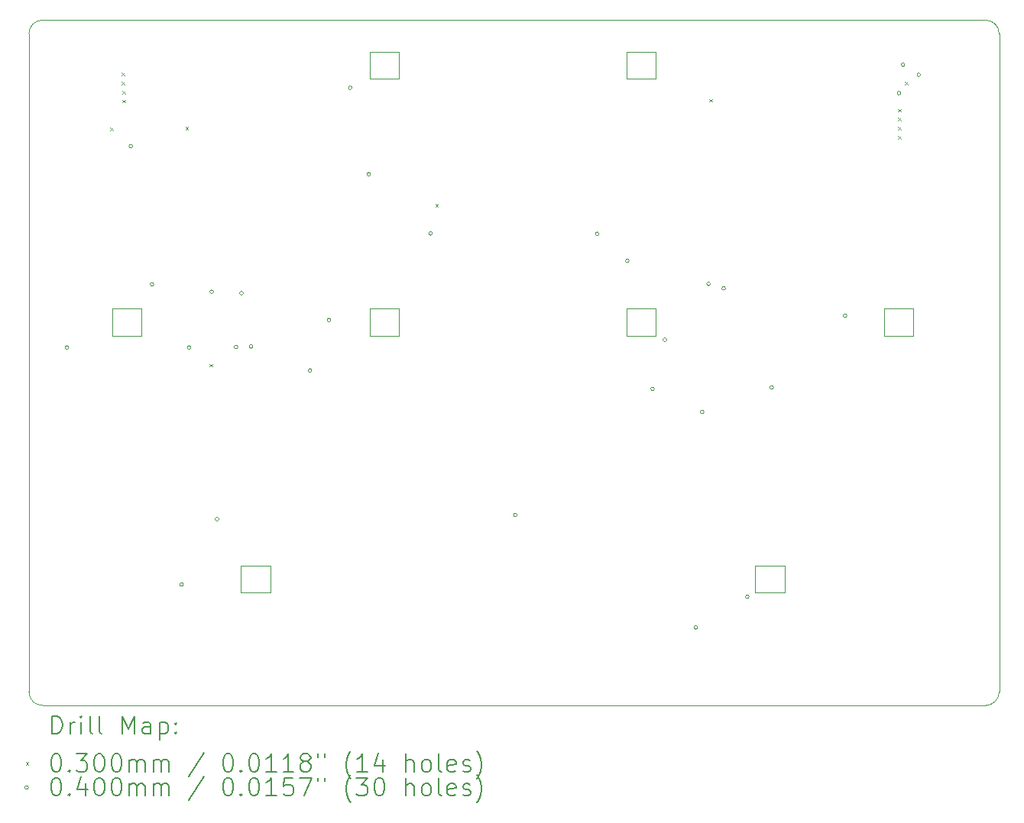
<source format=gbr>
%TF.GenerationSoftware,KiCad,Pcbnew,8.0.1-8.0.1-1~ubuntu22.04.1*%
%TF.CreationDate,2024-05-03T20:10:17-07:00*%
%TF.ProjectId,Seismos_4-Rhythm,53656973-6d6f-4735-9f34-2d5268797468,rev?*%
%TF.SameCoordinates,Original*%
%TF.FileFunction,Drillmap*%
%TF.FilePolarity,Positive*%
%FSLAX45Y45*%
G04 Gerber Fmt 4.5, Leading zero omitted, Abs format (unit mm)*
G04 Created by KiCad (PCBNEW 8.0.1-8.0.1-1~ubuntu22.04.1) date 2024-05-03 20:10:17*
%MOMM*%
%LPD*%
G01*
G04 APERTURE LIST*
%ADD10C,0.100000*%
%ADD11C,0.120000*%
%ADD12C,0.200000*%
G04 APERTURE END LIST*
D10*
X15415000Y-9830000D02*
X4965000Y-9830000D01*
X15565000Y-2380000D02*
X15565000Y-9680000D01*
X4815000Y-9680000D02*
X4815000Y-2380000D01*
X15415000Y-2230000D02*
G75*
G02*
X15565000Y-2380000I0J-150000D01*
G01*
X15565000Y-9680000D02*
G75*
G02*
X15415000Y-9830000I-150000J0D01*
G01*
X4965000Y-9830000D02*
G75*
G02*
X4815000Y-9680000I0J150000D01*
G01*
X4965000Y-2230000D02*
X15415000Y-2230000D01*
X4815000Y-2380000D02*
G75*
G02*
X4965000Y-2230000I150000J0D01*
G01*
D11*
X7487800Y-8579540D02*
X7163800Y-8579540D01*
X7163800Y-8280860D01*
X7487800Y-8280860D01*
X7487800Y-8579540D01*
X13187800Y-8579540D02*
X12863800Y-8579540D01*
X12863800Y-8280860D01*
X13187800Y-8280860D01*
X13187800Y-8579540D01*
X11762800Y-5729540D02*
X11438800Y-5729540D01*
X11438800Y-5430860D01*
X11762800Y-5430860D01*
X11762800Y-5729540D01*
X8912800Y-2879540D02*
X8588800Y-2879540D01*
X8588800Y-2580860D01*
X8912800Y-2580860D01*
X8912800Y-2879540D01*
X11762800Y-2879540D02*
X11438800Y-2879540D01*
X11438800Y-2580860D01*
X11762800Y-2580860D01*
X11762800Y-2879540D01*
X14612800Y-5729540D02*
X14288800Y-5729540D01*
X14288800Y-5430860D01*
X14612800Y-5430860D01*
X14612800Y-5729540D01*
X8912800Y-5729540D02*
X8588800Y-5729540D01*
X8588800Y-5430860D01*
X8912800Y-5430860D01*
X8912800Y-5729540D01*
X6062800Y-5729540D02*
X5738800Y-5729540D01*
X5738800Y-5430860D01*
X6062800Y-5430860D01*
X6062800Y-5729540D01*
D12*
D10*
X5715000Y-3425000D02*
X5745000Y-3455000D01*
X5745000Y-3425000D02*
X5715000Y-3455000D01*
X5845000Y-2815000D02*
X5875000Y-2845000D01*
X5875000Y-2815000D02*
X5845000Y-2845000D01*
X5845000Y-2915000D02*
X5875000Y-2945000D01*
X5875000Y-2915000D02*
X5845000Y-2945000D01*
X5850000Y-3015000D02*
X5880000Y-3045000D01*
X5880000Y-3015000D02*
X5850000Y-3045000D01*
X5850000Y-3115000D02*
X5880000Y-3145000D01*
X5880000Y-3115000D02*
X5850000Y-3145000D01*
X6550000Y-3415000D02*
X6580000Y-3445000D01*
X6580000Y-3415000D02*
X6550000Y-3445000D01*
X6815000Y-6045000D02*
X6845000Y-6075000D01*
X6845000Y-6045000D02*
X6815000Y-6075000D01*
X9320000Y-4270000D02*
X9350000Y-4300000D01*
X9350000Y-4270000D02*
X9320000Y-4300000D01*
X12355000Y-3105000D02*
X12385000Y-3135000D01*
X12385000Y-3105000D02*
X12355000Y-3135000D01*
X14445000Y-3215000D02*
X14475000Y-3245000D01*
X14475000Y-3215000D02*
X14445000Y-3245000D01*
X14445000Y-3315000D02*
X14475000Y-3345000D01*
X14475000Y-3315000D02*
X14445000Y-3345000D01*
X14445000Y-3415000D02*
X14475000Y-3445000D01*
X14475000Y-3415000D02*
X14445000Y-3445000D01*
X14445000Y-3515000D02*
X14475000Y-3545000D01*
X14475000Y-3515000D02*
X14445000Y-3545000D01*
X14520000Y-2915000D02*
X14550000Y-2945000D01*
X14550000Y-2915000D02*
X14520000Y-2945000D01*
X5255000Y-5860000D02*
G75*
G02*
X5215000Y-5860000I-20000J0D01*
G01*
X5215000Y-5860000D02*
G75*
G02*
X5255000Y-5860000I20000J0D01*
G01*
X5965000Y-3630000D02*
G75*
G02*
X5925000Y-3630000I-20000J0D01*
G01*
X5925000Y-3630000D02*
G75*
G02*
X5965000Y-3630000I20000J0D01*
G01*
X6199103Y-5159103D02*
G75*
G02*
X6159103Y-5159103I-20000J0D01*
G01*
X6159103Y-5159103D02*
G75*
G02*
X6199103Y-5159103I20000J0D01*
G01*
X6526000Y-8489000D02*
G75*
G02*
X6486000Y-8489000I-20000J0D01*
G01*
X6486000Y-8489000D02*
G75*
G02*
X6526000Y-8489000I20000J0D01*
G01*
X6610000Y-5860000D02*
G75*
G02*
X6570000Y-5860000I-20000J0D01*
G01*
X6570000Y-5860000D02*
G75*
G02*
X6610000Y-5860000I20000J0D01*
G01*
X6860000Y-5242700D02*
G75*
G02*
X6820000Y-5242700I-20000J0D01*
G01*
X6820000Y-5242700D02*
G75*
G02*
X6860000Y-5242700I20000J0D01*
G01*
X6920000Y-7765000D02*
G75*
G02*
X6880000Y-7765000I-20000J0D01*
G01*
X6880000Y-7765000D02*
G75*
G02*
X6920000Y-7765000I20000J0D01*
G01*
X7130000Y-5855000D02*
G75*
G02*
X7090000Y-5855000I-20000J0D01*
G01*
X7090000Y-5855000D02*
G75*
G02*
X7130000Y-5855000I20000J0D01*
G01*
X7190000Y-5257300D02*
G75*
G02*
X7150000Y-5257300I-20000J0D01*
G01*
X7150000Y-5257300D02*
G75*
G02*
X7190000Y-5257300I20000J0D01*
G01*
X7295000Y-5850000D02*
G75*
G02*
X7255000Y-5850000I-20000J0D01*
G01*
X7255000Y-5850000D02*
G75*
G02*
X7295000Y-5850000I20000J0D01*
G01*
X7950000Y-6115000D02*
G75*
G02*
X7910000Y-6115000I-20000J0D01*
G01*
X7910000Y-6115000D02*
G75*
G02*
X7950000Y-6115000I20000J0D01*
G01*
X8160000Y-5555000D02*
G75*
G02*
X8120000Y-5555000I-20000J0D01*
G01*
X8120000Y-5555000D02*
G75*
G02*
X8160000Y-5555000I20000J0D01*
G01*
X8395000Y-2980000D02*
G75*
G02*
X8355000Y-2980000I-20000J0D01*
G01*
X8355000Y-2980000D02*
G75*
G02*
X8395000Y-2980000I20000J0D01*
G01*
X8600000Y-3940000D02*
G75*
G02*
X8560000Y-3940000I-20000J0D01*
G01*
X8560000Y-3940000D02*
G75*
G02*
X8600000Y-3940000I20000J0D01*
G01*
X9285000Y-4595000D02*
G75*
G02*
X9245000Y-4595000I-20000J0D01*
G01*
X9245000Y-4595000D02*
G75*
G02*
X9285000Y-4595000I20000J0D01*
G01*
X10225000Y-7717500D02*
G75*
G02*
X10185000Y-7717500I-20000J0D01*
G01*
X10185000Y-7717500D02*
G75*
G02*
X10225000Y-7717500I20000J0D01*
G01*
X11130000Y-4600000D02*
G75*
G02*
X11090000Y-4600000I-20000J0D01*
G01*
X11090000Y-4600000D02*
G75*
G02*
X11130000Y-4600000I20000J0D01*
G01*
X11465000Y-4900000D02*
G75*
G02*
X11425000Y-4900000I-20000J0D01*
G01*
X11425000Y-4900000D02*
G75*
G02*
X11465000Y-4900000I20000J0D01*
G01*
X11745000Y-6320000D02*
G75*
G02*
X11705000Y-6320000I-20000J0D01*
G01*
X11705000Y-6320000D02*
G75*
G02*
X11745000Y-6320000I20000J0D01*
G01*
X11880000Y-5775000D02*
G75*
G02*
X11840000Y-5775000I-20000J0D01*
G01*
X11840000Y-5775000D02*
G75*
G02*
X11880000Y-5775000I20000J0D01*
G01*
X12225000Y-8965000D02*
G75*
G02*
X12185000Y-8965000I-20000J0D01*
G01*
X12185000Y-8965000D02*
G75*
G02*
X12225000Y-8965000I20000J0D01*
G01*
X12295000Y-6575000D02*
G75*
G02*
X12255000Y-6575000I-20000J0D01*
G01*
X12255000Y-6575000D02*
G75*
G02*
X12295000Y-6575000I20000J0D01*
G01*
X12365000Y-5155000D02*
G75*
G02*
X12325000Y-5155000I-20000J0D01*
G01*
X12325000Y-5155000D02*
G75*
G02*
X12365000Y-5155000I20000J0D01*
G01*
X12532700Y-5205000D02*
G75*
G02*
X12492700Y-5205000I-20000J0D01*
G01*
X12492700Y-5205000D02*
G75*
G02*
X12532700Y-5205000I20000J0D01*
G01*
X12795000Y-8625000D02*
G75*
G02*
X12755000Y-8625000I-20000J0D01*
G01*
X12755000Y-8625000D02*
G75*
G02*
X12795000Y-8625000I20000J0D01*
G01*
X13065000Y-6305000D02*
G75*
G02*
X13025000Y-6305000I-20000J0D01*
G01*
X13025000Y-6305000D02*
G75*
G02*
X13065000Y-6305000I20000J0D01*
G01*
X13877500Y-5507500D02*
G75*
G02*
X13837500Y-5507500I-20000J0D01*
G01*
X13837500Y-5507500D02*
G75*
G02*
X13877500Y-5507500I20000J0D01*
G01*
X14475000Y-3040000D02*
G75*
G02*
X14435000Y-3040000I-20000J0D01*
G01*
X14435000Y-3040000D02*
G75*
G02*
X14475000Y-3040000I20000J0D01*
G01*
X14520000Y-2725000D02*
G75*
G02*
X14480000Y-2725000I-20000J0D01*
G01*
X14480000Y-2725000D02*
G75*
G02*
X14520000Y-2725000I20000J0D01*
G01*
X14694050Y-2836563D02*
G75*
G02*
X14654050Y-2836563I-20000J0D01*
G01*
X14654050Y-2836563D02*
G75*
G02*
X14694050Y-2836563I20000J0D01*
G01*
D12*
X5070777Y-10146484D02*
X5070777Y-9946484D01*
X5070777Y-9946484D02*
X5118396Y-9946484D01*
X5118396Y-9946484D02*
X5146967Y-9956008D01*
X5146967Y-9956008D02*
X5166015Y-9975055D01*
X5166015Y-9975055D02*
X5175539Y-9994103D01*
X5175539Y-9994103D02*
X5185063Y-10032198D01*
X5185063Y-10032198D02*
X5185063Y-10060770D01*
X5185063Y-10060770D02*
X5175539Y-10098865D01*
X5175539Y-10098865D02*
X5166015Y-10117912D01*
X5166015Y-10117912D02*
X5146967Y-10136960D01*
X5146967Y-10136960D02*
X5118396Y-10146484D01*
X5118396Y-10146484D02*
X5070777Y-10146484D01*
X5270777Y-10146484D02*
X5270777Y-10013150D01*
X5270777Y-10051246D02*
X5280301Y-10032198D01*
X5280301Y-10032198D02*
X5289824Y-10022674D01*
X5289824Y-10022674D02*
X5308872Y-10013150D01*
X5308872Y-10013150D02*
X5327920Y-10013150D01*
X5394586Y-10146484D02*
X5394586Y-10013150D01*
X5394586Y-9946484D02*
X5385063Y-9956008D01*
X5385063Y-9956008D02*
X5394586Y-9965531D01*
X5394586Y-9965531D02*
X5404110Y-9956008D01*
X5404110Y-9956008D02*
X5394586Y-9946484D01*
X5394586Y-9946484D02*
X5394586Y-9965531D01*
X5518396Y-10146484D02*
X5499348Y-10136960D01*
X5499348Y-10136960D02*
X5489824Y-10117912D01*
X5489824Y-10117912D02*
X5489824Y-9946484D01*
X5623158Y-10146484D02*
X5604110Y-10136960D01*
X5604110Y-10136960D02*
X5594586Y-10117912D01*
X5594586Y-10117912D02*
X5594586Y-9946484D01*
X5851729Y-10146484D02*
X5851729Y-9946484D01*
X5851729Y-9946484D02*
X5918396Y-10089341D01*
X5918396Y-10089341D02*
X5985062Y-9946484D01*
X5985062Y-9946484D02*
X5985062Y-10146484D01*
X6166015Y-10146484D02*
X6166015Y-10041722D01*
X6166015Y-10041722D02*
X6156491Y-10022674D01*
X6156491Y-10022674D02*
X6137443Y-10013150D01*
X6137443Y-10013150D02*
X6099348Y-10013150D01*
X6099348Y-10013150D02*
X6080301Y-10022674D01*
X6166015Y-10136960D02*
X6146967Y-10146484D01*
X6146967Y-10146484D02*
X6099348Y-10146484D01*
X6099348Y-10146484D02*
X6080301Y-10136960D01*
X6080301Y-10136960D02*
X6070777Y-10117912D01*
X6070777Y-10117912D02*
X6070777Y-10098865D01*
X6070777Y-10098865D02*
X6080301Y-10079817D01*
X6080301Y-10079817D02*
X6099348Y-10070293D01*
X6099348Y-10070293D02*
X6146967Y-10070293D01*
X6146967Y-10070293D02*
X6166015Y-10060770D01*
X6261253Y-10013150D02*
X6261253Y-10213150D01*
X6261253Y-10022674D02*
X6280301Y-10013150D01*
X6280301Y-10013150D02*
X6318396Y-10013150D01*
X6318396Y-10013150D02*
X6337443Y-10022674D01*
X6337443Y-10022674D02*
X6346967Y-10032198D01*
X6346967Y-10032198D02*
X6356491Y-10051246D01*
X6356491Y-10051246D02*
X6356491Y-10108389D01*
X6356491Y-10108389D02*
X6346967Y-10127436D01*
X6346967Y-10127436D02*
X6337443Y-10136960D01*
X6337443Y-10136960D02*
X6318396Y-10146484D01*
X6318396Y-10146484D02*
X6280301Y-10146484D01*
X6280301Y-10146484D02*
X6261253Y-10136960D01*
X6442205Y-10127436D02*
X6451729Y-10136960D01*
X6451729Y-10136960D02*
X6442205Y-10146484D01*
X6442205Y-10146484D02*
X6432682Y-10136960D01*
X6432682Y-10136960D02*
X6442205Y-10127436D01*
X6442205Y-10127436D02*
X6442205Y-10146484D01*
X6442205Y-10022674D02*
X6451729Y-10032198D01*
X6451729Y-10032198D02*
X6442205Y-10041722D01*
X6442205Y-10041722D02*
X6432682Y-10032198D01*
X6432682Y-10032198D02*
X6442205Y-10022674D01*
X6442205Y-10022674D02*
X6442205Y-10041722D01*
D10*
X4780000Y-10460000D02*
X4810000Y-10490000D01*
X4810000Y-10460000D02*
X4780000Y-10490000D01*
D12*
X5108872Y-10366484D02*
X5127920Y-10366484D01*
X5127920Y-10366484D02*
X5146967Y-10376008D01*
X5146967Y-10376008D02*
X5156491Y-10385531D01*
X5156491Y-10385531D02*
X5166015Y-10404579D01*
X5166015Y-10404579D02*
X5175539Y-10442674D01*
X5175539Y-10442674D02*
X5175539Y-10490293D01*
X5175539Y-10490293D02*
X5166015Y-10528389D01*
X5166015Y-10528389D02*
X5156491Y-10547436D01*
X5156491Y-10547436D02*
X5146967Y-10556960D01*
X5146967Y-10556960D02*
X5127920Y-10566484D01*
X5127920Y-10566484D02*
X5108872Y-10566484D01*
X5108872Y-10566484D02*
X5089824Y-10556960D01*
X5089824Y-10556960D02*
X5080301Y-10547436D01*
X5080301Y-10547436D02*
X5070777Y-10528389D01*
X5070777Y-10528389D02*
X5061253Y-10490293D01*
X5061253Y-10490293D02*
X5061253Y-10442674D01*
X5061253Y-10442674D02*
X5070777Y-10404579D01*
X5070777Y-10404579D02*
X5080301Y-10385531D01*
X5080301Y-10385531D02*
X5089824Y-10376008D01*
X5089824Y-10376008D02*
X5108872Y-10366484D01*
X5261253Y-10547436D02*
X5270777Y-10556960D01*
X5270777Y-10556960D02*
X5261253Y-10566484D01*
X5261253Y-10566484D02*
X5251729Y-10556960D01*
X5251729Y-10556960D02*
X5261253Y-10547436D01*
X5261253Y-10547436D02*
X5261253Y-10566484D01*
X5337444Y-10366484D02*
X5461253Y-10366484D01*
X5461253Y-10366484D02*
X5394586Y-10442674D01*
X5394586Y-10442674D02*
X5423158Y-10442674D01*
X5423158Y-10442674D02*
X5442205Y-10452198D01*
X5442205Y-10452198D02*
X5451729Y-10461722D01*
X5451729Y-10461722D02*
X5461253Y-10480770D01*
X5461253Y-10480770D02*
X5461253Y-10528389D01*
X5461253Y-10528389D02*
X5451729Y-10547436D01*
X5451729Y-10547436D02*
X5442205Y-10556960D01*
X5442205Y-10556960D02*
X5423158Y-10566484D01*
X5423158Y-10566484D02*
X5366015Y-10566484D01*
X5366015Y-10566484D02*
X5346967Y-10556960D01*
X5346967Y-10556960D02*
X5337444Y-10547436D01*
X5585063Y-10366484D02*
X5604110Y-10366484D01*
X5604110Y-10366484D02*
X5623158Y-10376008D01*
X5623158Y-10376008D02*
X5632682Y-10385531D01*
X5632682Y-10385531D02*
X5642205Y-10404579D01*
X5642205Y-10404579D02*
X5651729Y-10442674D01*
X5651729Y-10442674D02*
X5651729Y-10490293D01*
X5651729Y-10490293D02*
X5642205Y-10528389D01*
X5642205Y-10528389D02*
X5632682Y-10547436D01*
X5632682Y-10547436D02*
X5623158Y-10556960D01*
X5623158Y-10556960D02*
X5604110Y-10566484D01*
X5604110Y-10566484D02*
X5585063Y-10566484D01*
X5585063Y-10566484D02*
X5566015Y-10556960D01*
X5566015Y-10556960D02*
X5556491Y-10547436D01*
X5556491Y-10547436D02*
X5546967Y-10528389D01*
X5546967Y-10528389D02*
X5537444Y-10490293D01*
X5537444Y-10490293D02*
X5537444Y-10442674D01*
X5537444Y-10442674D02*
X5546967Y-10404579D01*
X5546967Y-10404579D02*
X5556491Y-10385531D01*
X5556491Y-10385531D02*
X5566015Y-10376008D01*
X5566015Y-10376008D02*
X5585063Y-10366484D01*
X5775539Y-10366484D02*
X5794586Y-10366484D01*
X5794586Y-10366484D02*
X5813634Y-10376008D01*
X5813634Y-10376008D02*
X5823158Y-10385531D01*
X5823158Y-10385531D02*
X5832682Y-10404579D01*
X5832682Y-10404579D02*
X5842205Y-10442674D01*
X5842205Y-10442674D02*
X5842205Y-10490293D01*
X5842205Y-10490293D02*
X5832682Y-10528389D01*
X5832682Y-10528389D02*
X5823158Y-10547436D01*
X5823158Y-10547436D02*
X5813634Y-10556960D01*
X5813634Y-10556960D02*
X5794586Y-10566484D01*
X5794586Y-10566484D02*
X5775539Y-10566484D01*
X5775539Y-10566484D02*
X5756491Y-10556960D01*
X5756491Y-10556960D02*
X5746967Y-10547436D01*
X5746967Y-10547436D02*
X5737443Y-10528389D01*
X5737443Y-10528389D02*
X5727920Y-10490293D01*
X5727920Y-10490293D02*
X5727920Y-10442674D01*
X5727920Y-10442674D02*
X5737443Y-10404579D01*
X5737443Y-10404579D02*
X5746967Y-10385531D01*
X5746967Y-10385531D02*
X5756491Y-10376008D01*
X5756491Y-10376008D02*
X5775539Y-10366484D01*
X5927920Y-10566484D02*
X5927920Y-10433150D01*
X5927920Y-10452198D02*
X5937443Y-10442674D01*
X5937443Y-10442674D02*
X5956491Y-10433150D01*
X5956491Y-10433150D02*
X5985063Y-10433150D01*
X5985063Y-10433150D02*
X6004110Y-10442674D01*
X6004110Y-10442674D02*
X6013634Y-10461722D01*
X6013634Y-10461722D02*
X6013634Y-10566484D01*
X6013634Y-10461722D02*
X6023158Y-10442674D01*
X6023158Y-10442674D02*
X6042205Y-10433150D01*
X6042205Y-10433150D02*
X6070777Y-10433150D01*
X6070777Y-10433150D02*
X6089824Y-10442674D01*
X6089824Y-10442674D02*
X6099348Y-10461722D01*
X6099348Y-10461722D02*
X6099348Y-10566484D01*
X6194586Y-10566484D02*
X6194586Y-10433150D01*
X6194586Y-10452198D02*
X6204110Y-10442674D01*
X6204110Y-10442674D02*
X6223158Y-10433150D01*
X6223158Y-10433150D02*
X6251729Y-10433150D01*
X6251729Y-10433150D02*
X6270777Y-10442674D01*
X6270777Y-10442674D02*
X6280301Y-10461722D01*
X6280301Y-10461722D02*
X6280301Y-10566484D01*
X6280301Y-10461722D02*
X6289824Y-10442674D01*
X6289824Y-10442674D02*
X6308872Y-10433150D01*
X6308872Y-10433150D02*
X6337443Y-10433150D01*
X6337443Y-10433150D02*
X6356491Y-10442674D01*
X6356491Y-10442674D02*
X6366015Y-10461722D01*
X6366015Y-10461722D02*
X6366015Y-10566484D01*
X6756491Y-10356960D02*
X6585063Y-10614103D01*
X7013634Y-10366484D02*
X7032682Y-10366484D01*
X7032682Y-10366484D02*
X7051729Y-10376008D01*
X7051729Y-10376008D02*
X7061253Y-10385531D01*
X7061253Y-10385531D02*
X7070777Y-10404579D01*
X7070777Y-10404579D02*
X7080301Y-10442674D01*
X7080301Y-10442674D02*
X7080301Y-10490293D01*
X7080301Y-10490293D02*
X7070777Y-10528389D01*
X7070777Y-10528389D02*
X7061253Y-10547436D01*
X7061253Y-10547436D02*
X7051729Y-10556960D01*
X7051729Y-10556960D02*
X7032682Y-10566484D01*
X7032682Y-10566484D02*
X7013634Y-10566484D01*
X7013634Y-10566484D02*
X6994586Y-10556960D01*
X6994586Y-10556960D02*
X6985063Y-10547436D01*
X6985063Y-10547436D02*
X6975539Y-10528389D01*
X6975539Y-10528389D02*
X6966015Y-10490293D01*
X6966015Y-10490293D02*
X6966015Y-10442674D01*
X6966015Y-10442674D02*
X6975539Y-10404579D01*
X6975539Y-10404579D02*
X6985063Y-10385531D01*
X6985063Y-10385531D02*
X6994586Y-10376008D01*
X6994586Y-10376008D02*
X7013634Y-10366484D01*
X7166015Y-10547436D02*
X7175539Y-10556960D01*
X7175539Y-10556960D02*
X7166015Y-10566484D01*
X7166015Y-10566484D02*
X7156491Y-10556960D01*
X7156491Y-10556960D02*
X7166015Y-10547436D01*
X7166015Y-10547436D02*
X7166015Y-10566484D01*
X7299348Y-10366484D02*
X7318396Y-10366484D01*
X7318396Y-10366484D02*
X7337444Y-10376008D01*
X7337444Y-10376008D02*
X7346967Y-10385531D01*
X7346967Y-10385531D02*
X7356491Y-10404579D01*
X7356491Y-10404579D02*
X7366015Y-10442674D01*
X7366015Y-10442674D02*
X7366015Y-10490293D01*
X7366015Y-10490293D02*
X7356491Y-10528389D01*
X7356491Y-10528389D02*
X7346967Y-10547436D01*
X7346967Y-10547436D02*
X7337444Y-10556960D01*
X7337444Y-10556960D02*
X7318396Y-10566484D01*
X7318396Y-10566484D02*
X7299348Y-10566484D01*
X7299348Y-10566484D02*
X7280301Y-10556960D01*
X7280301Y-10556960D02*
X7270777Y-10547436D01*
X7270777Y-10547436D02*
X7261253Y-10528389D01*
X7261253Y-10528389D02*
X7251729Y-10490293D01*
X7251729Y-10490293D02*
X7251729Y-10442674D01*
X7251729Y-10442674D02*
X7261253Y-10404579D01*
X7261253Y-10404579D02*
X7270777Y-10385531D01*
X7270777Y-10385531D02*
X7280301Y-10376008D01*
X7280301Y-10376008D02*
X7299348Y-10366484D01*
X7556491Y-10566484D02*
X7442206Y-10566484D01*
X7499348Y-10566484D02*
X7499348Y-10366484D01*
X7499348Y-10366484D02*
X7480301Y-10395055D01*
X7480301Y-10395055D02*
X7461253Y-10414103D01*
X7461253Y-10414103D02*
X7442206Y-10423627D01*
X7746967Y-10566484D02*
X7632682Y-10566484D01*
X7689825Y-10566484D02*
X7689825Y-10366484D01*
X7689825Y-10366484D02*
X7670777Y-10395055D01*
X7670777Y-10395055D02*
X7651729Y-10414103D01*
X7651729Y-10414103D02*
X7632682Y-10423627D01*
X7861253Y-10452198D02*
X7842206Y-10442674D01*
X7842206Y-10442674D02*
X7832682Y-10433150D01*
X7832682Y-10433150D02*
X7823158Y-10414103D01*
X7823158Y-10414103D02*
X7823158Y-10404579D01*
X7823158Y-10404579D02*
X7832682Y-10385531D01*
X7832682Y-10385531D02*
X7842206Y-10376008D01*
X7842206Y-10376008D02*
X7861253Y-10366484D01*
X7861253Y-10366484D02*
X7899348Y-10366484D01*
X7899348Y-10366484D02*
X7918396Y-10376008D01*
X7918396Y-10376008D02*
X7927920Y-10385531D01*
X7927920Y-10385531D02*
X7937444Y-10404579D01*
X7937444Y-10404579D02*
X7937444Y-10414103D01*
X7937444Y-10414103D02*
X7927920Y-10433150D01*
X7927920Y-10433150D02*
X7918396Y-10442674D01*
X7918396Y-10442674D02*
X7899348Y-10452198D01*
X7899348Y-10452198D02*
X7861253Y-10452198D01*
X7861253Y-10452198D02*
X7842206Y-10461722D01*
X7842206Y-10461722D02*
X7832682Y-10471246D01*
X7832682Y-10471246D02*
X7823158Y-10490293D01*
X7823158Y-10490293D02*
X7823158Y-10528389D01*
X7823158Y-10528389D02*
X7832682Y-10547436D01*
X7832682Y-10547436D02*
X7842206Y-10556960D01*
X7842206Y-10556960D02*
X7861253Y-10566484D01*
X7861253Y-10566484D02*
X7899348Y-10566484D01*
X7899348Y-10566484D02*
X7918396Y-10556960D01*
X7918396Y-10556960D02*
X7927920Y-10547436D01*
X7927920Y-10547436D02*
X7937444Y-10528389D01*
X7937444Y-10528389D02*
X7937444Y-10490293D01*
X7937444Y-10490293D02*
X7927920Y-10471246D01*
X7927920Y-10471246D02*
X7918396Y-10461722D01*
X7918396Y-10461722D02*
X7899348Y-10452198D01*
X8013634Y-10366484D02*
X8013634Y-10404579D01*
X8089825Y-10366484D02*
X8089825Y-10404579D01*
X8385063Y-10642674D02*
X8375539Y-10633150D01*
X8375539Y-10633150D02*
X8356491Y-10604579D01*
X8356491Y-10604579D02*
X8346968Y-10585531D01*
X8346968Y-10585531D02*
X8337444Y-10556960D01*
X8337444Y-10556960D02*
X8327920Y-10509341D01*
X8327920Y-10509341D02*
X8327920Y-10471246D01*
X8327920Y-10471246D02*
X8337444Y-10423627D01*
X8337444Y-10423627D02*
X8346968Y-10395055D01*
X8346968Y-10395055D02*
X8356491Y-10376008D01*
X8356491Y-10376008D02*
X8375539Y-10347436D01*
X8375539Y-10347436D02*
X8385063Y-10337912D01*
X8566015Y-10566484D02*
X8451730Y-10566484D01*
X8508872Y-10566484D02*
X8508872Y-10366484D01*
X8508872Y-10366484D02*
X8489825Y-10395055D01*
X8489825Y-10395055D02*
X8470777Y-10414103D01*
X8470777Y-10414103D02*
X8451730Y-10423627D01*
X8737444Y-10433150D02*
X8737444Y-10566484D01*
X8689825Y-10356960D02*
X8642206Y-10499817D01*
X8642206Y-10499817D02*
X8766015Y-10499817D01*
X8994587Y-10566484D02*
X8994587Y-10366484D01*
X9080301Y-10566484D02*
X9080301Y-10461722D01*
X9080301Y-10461722D02*
X9070777Y-10442674D01*
X9070777Y-10442674D02*
X9051730Y-10433150D01*
X9051730Y-10433150D02*
X9023158Y-10433150D01*
X9023158Y-10433150D02*
X9004111Y-10442674D01*
X9004111Y-10442674D02*
X8994587Y-10452198D01*
X9204111Y-10566484D02*
X9185063Y-10556960D01*
X9185063Y-10556960D02*
X9175539Y-10547436D01*
X9175539Y-10547436D02*
X9166015Y-10528389D01*
X9166015Y-10528389D02*
X9166015Y-10471246D01*
X9166015Y-10471246D02*
X9175539Y-10452198D01*
X9175539Y-10452198D02*
X9185063Y-10442674D01*
X9185063Y-10442674D02*
X9204111Y-10433150D01*
X9204111Y-10433150D02*
X9232682Y-10433150D01*
X9232682Y-10433150D02*
X9251730Y-10442674D01*
X9251730Y-10442674D02*
X9261253Y-10452198D01*
X9261253Y-10452198D02*
X9270777Y-10471246D01*
X9270777Y-10471246D02*
X9270777Y-10528389D01*
X9270777Y-10528389D02*
X9261253Y-10547436D01*
X9261253Y-10547436D02*
X9251730Y-10556960D01*
X9251730Y-10556960D02*
X9232682Y-10566484D01*
X9232682Y-10566484D02*
X9204111Y-10566484D01*
X9385063Y-10566484D02*
X9366015Y-10556960D01*
X9366015Y-10556960D02*
X9356492Y-10537912D01*
X9356492Y-10537912D02*
X9356492Y-10366484D01*
X9537444Y-10556960D02*
X9518396Y-10566484D01*
X9518396Y-10566484D02*
X9480301Y-10566484D01*
X9480301Y-10566484D02*
X9461253Y-10556960D01*
X9461253Y-10556960D02*
X9451730Y-10537912D01*
X9451730Y-10537912D02*
X9451730Y-10461722D01*
X9451730Y-10461722D02*
X9461253Y-10442674D01*
X9461253Y-10442674D02*
X9480301Y-10433150D01*
X9480301Y-10433150D02*
X9518396Y-10433150D01*
X9518396Y-10433150D02*
X9537444Y-10442674D01*
X9537444Y-10442674D02*
X9546968Y-10461722D01*
X9546968Y-10461722D02*
X9546968Y-10480770D01*
X9546968Y-10480770D02*
X9451730Y-10499817D01*
X9623158Y-10556960D02*
X9642206Y-10566484D01*
X9642206Y-10566484D02*
X9680301Y-10566484D01*
X9680301Y-10566484D02*
X9699349Y-10556960D01*
X9699349Y-10556960D02*
X9708873Y-10537912D01*
X9708873Y-10537912D02*
X9708873Y-10528389D01*
X9708873Y-10528389D02*
X9699349Y-10509341D01*
X9699349Y-10509341D02*
X9680301Y-10499817D01*
X9680301Y-10499817D02*
X9651730Y-10499817D01*
X9651730Y-10499817D02*
X9632682Y-10490293D01*
X9632682Y-10490293D02*
X9623158Y-10471246D01*
X9623158Y-10471246D02*
X9623158Y-10461722D01*
X9623158Y-10461722D02*
X9632682Y-10442674D01*
X9632682Y-10442674D02*
X9651730Y-10433150D01*
X9651730Y-10433150D02*
X9680301Y-10433150D01*
X9680301Y-10433150D02*
X9699349Y-10442674D01*
X9775539Y-10642674D02*
X9785063Y-10633150D01*
X9785063Y-10633150D02*
X9804111Y-10604579D01*
X9804111Y-10604579D02*
X9813634Y-10585531D01*
X9813634Y-10585531D02*
X9823158Y-10556960D01*
X9823158Y-10556960D02*
X9832682Y-10509341D01*
X9832682Y-10509341D02*
X9832682Y-10471246D01*
X9832682Y-10471246D02*
X9823158Y-10423627D01*
X9823158Y-10423627D02*
X9813634Y-10395055D01*
X9813634Y-10395055D02*
X9804111Y-10376008D01*
X9804111Y-10376008D02*
X9785063Y-10347436D01*
X9785063Y-10347436D02*
X9775539Y-10337912D01*
D10*
X4810000Y-10739000D02*
G75*
G02*
X4770000Y-10739000I-20000J0D01*
G01*
X4770000Y-10739000D02*
G75*
G02*
X4810000Y-10739000I20000J0D01*
G01*
D12*
X5108872Y-10630484D02*
X5127920Y-10630484D01*
X5127920Y-10630484D02*
X5146967Y-10640008D01*
X5146967Y-10640008D02*
X5156491Y-10649531D01*
X5156491Y-10649531D02*
X5166015Y-10668579D01*
X5166015Y-10668579D02*
X5175539Y-10706674D01*
X5175539Y-10706674D02*
X5175539Y-10754293D01*
X5175539Y-10754293D02*
X5166015Y-10792389D01*
X5166015Y-10792389D02*
X5156491Y-10811436D01*
X5156491Y-10811436D02*
X5146967Y-10820960D01*
X5146967Y-10820960D02*
X5127920Y-10830484D01*
X5127920Y-10830484D02*
X5108872Y-10830484D01*
X5108872Y-10830484D02*
X5089824Y-10820960D01*
X5089824Y-10820960D02*
X5080301Y-10811436D01*
X5080301Y-10811436D02*
X5070777Y-10792389D01*
X5070777Y-10792389D02*
X5061253Y-10754293D01*
X5061253Y-10754293D02*
X5061253Y-10706674D01*
X5061253Y-10706674D02*
X5070777Y-10668579D01*
X5070777Y-10668579D02*
X5080301Y-10649531D01*
X5080301Y-10649531D02*
X5089824Y-10640008D01*
X5089824Y-10640008D02*
X5108872Y-10630484D01*
X5261253Y-10811436D02*
X5270777Y-10820960D01*
X5270777Y-10820960D02*
X5261253Y-10830484D01*
X5261253Y-10830484D02*
X5251729Y-10820960D01*
X5251729Y-10820960D02*
X5261253Y-10811436D01*
X5261253Y-10811436D02*
X5261253Y-10830484D01*
X5442205Y-10697150D02*
X5442205Y-10830484D01*
X5394586Y-10620960D02*
X5346967Y-10763817D01*
X5346967Y-10763817D02*
X5470777Y-10763817D01*
X5585063Y-10630484D02*
X5604110Y-10630484D01*
X5604110Y-10630484D02*
X5623158Y-10640008D01*
X5623158Y-10640008D02*
X5632682Y-10649531D01*
X5632682Y-10649531D02*
X5642205Y-10668579D01*
X5642205Y-10668579D02*
X5651729Y-10706674D01*
X5651729Y-10706674D02*
X5651729Y-10754293D01*
X5651729Y-10754293D02*
X5642205Y-10792389D01*
X5642205Y-10792389D02*
X5632682Y-10811436D01*
X5632682Y-10811436D02*
X5623158Y-10820960D01*
X5623158Y-10820960D02*
X5604110Y-10830484D01*
X5604110Y-10830484D02*
X5585063Y-10830484D01*
X5585063Y-10830484D02*
X5566015Y-10820960D01*
X5566015Y-10820960D02*
X5556491Y-10811436D01*
X5556491Y-10811436D02*
X5546967Y-10792389D01*
X5546967Y-10792389D02*
X5537444Y-10754293D01*
X5537444Y-10754293D02*
X5537444Y-10706674D01*
X5537444Y-10706674D02*
X5546967Y-10668579D01*
X5546967Y-10668579D02*
X5556491Y-10649531D01*
X5556491Y-10649531D02*
X5566015Y-10640008D01*
X5566015Y-10640008D02*
X5585063Y-10630484D01*
X5775539Y-10630484D02*
X5794586Y-10630484D01*
X5794586Y-10630484D02*
X5813634Y-10640008D01*
X5813634Y-10640008D02*
X5823158Y-10649531D01*
X5823158Y-10649531D02*
X5832682Y-10668579D01*
X5832682Y-10668579D02*
X5842205Y-10706674D01*
X5842205Y-10706674D02*
X5842205Y-10754293D01*
X5842205Y-10754293D02*
X5832682Y-10792389D01*
X5832682Y-10792389D02*
X5823158Y-10811436D01*
X5823158Y-10811436D02*
X5813634Y-10820960D01*
X5813634Y-10820960D02*
X5794586Y-10830484D01*
X5794586Y-10830484D02*
X5775539Y-10830484D01*
X5775539Y-10830484D02*
X5756491Y-10820960D01*
X5756491Y-10820960D02*
X5746967Y-10811436D01*
X5746967Y-10811436D02*
X5737443Y-10792389D01*
X5737443Y-10792389D02*
X5727920Y-10754293D01*
X5727920Y-10754293D02*
X5727920Y-10706674D01*
X5727920Y-10706674D02*
X5737443Y-10668579D01*
X5737443Y-10668579D02*
X5746967Y-10649531D01*
X5746967Y-10649531D02*
X5756491Y-10640008D01*
X5756491Y-10640008D02*
X5775539Y-10630484D01*
X5927920Y-10830484D02*
X5927920Y-10697150D01*
X5927920Y-10716198D02*
X5937443Y-10706674D01*
X5937443Y-10706674D02*
X5956491Y-10697150D01*
X5956491Y-10697150D02*
X5985063Y-10697150D01*
X5985063Y-10697150D02*
X6004110Y-10706674D01*
X6004110Y-10706674D02*
X6013634Y-10725722D01*
X6013634Y-10725722D02*
X6013634Y-10830484D01*
X6013634Y-10725722D02*
X6023158Y-10706674D01*
X6023158Y-10706674D02*
X6042205Y-10697150D01*
X6042205Y-10697150D02*
X6070777Y-10697150D01*
X6070777Y-10697150D02*
X6089824Y-10706674D01*
X6089824Y-10706674D02*
X6099348Y-10725722D01*
X6099348Y-10725722D02*
X6099348Y-10830484D01*
X6194586Y-10830484D02*
X6194586Y-10697150D01*
X6194586Y-10716198D02*
X6204110Y-10706674D01*
X6204110Y-10706674D02*
X6223158Y-10697150D01*
X6223158Y-10697150D02*
X6251729Y-10697150D01*
X6251729Y-10697150D02*
X6270777Y-10706674D01*
X6270777Y-10706674D02*
X6280301Y-10725722D01*
X6280301Y-10725722D02*
X6280301Y-10830484D01*
X6280301Y-10725722D02*
X6289824Y-10706674D01*
X6289824Y-10706674D02*
X6308872Y-10697150D01*
X6308872Y-10697150D02*
X6337443Y-10697150D01*
X6337443Y-10697150D02*
X6356491Y-10706674D01*
X6356491Y-10706674D02*
X6366015Y-10725722D01*
X6366015Y-10725722D02*
X6366015Y-10830484D01*
X6756491Y-10620960D02*
X6585063Y-10878103D01*
X7013634Y-10630484D02*
X7032682Y-10630484D01*
X7032682Y-10630484D02*
X7051729Y-10640008D01*
X7051729Y-10640008D02*
X7061253Y-10649531D01*
X7061253Y-10649531D02*
X7070777Y-10668579D01*
X7070777Y-10668579D02*
X7080301Y-10706674D01*
X7080301Y-10706674D02*
X7080301Y-10754293D01*
X7080301Y-10754293D02*
X7070777Y-10792389D01*
X7070777Y-10792389D02*
X7061253Y-10811436D01*
X7061253Y-10811436D02*
X7051729Y-10820960D01*
X7051729Y-10820960D02*
X7032682Y-10830484D01*
X7032682Y-10830484D02*
X7013634Y-10830484D01*
X7013634Y-10830484D02*
X6994586Y-10820960D01*
X6994586Y-10820960D02*
X6985063Y-10811436D01*
X6985063Y-10811436D02*
X6975539Y-10792389D01*
X6975539Y-10792389D02*
X6966015Y-10754293D01*
X6966015Y-10754293D02*
X6966015Y-10706674D01*
X6966015Y-10706674D02*
X6975539Y-10668579D01*
X6975539Y-10668579D02*
X6985063Y-10649531D01*
X6985063Y-10649531D02*
X6994586Y-10640008D01*
X6994586Y-10640008D02*
X7013634Y-10630484D01*
X7166015Y-10811436D02*
X7175539Y-10820960D01*
X7175539Y-10820960D02*
X7166015Y-10830484D01*
X7166015Y-10830484D02*
X7156491Y-10820960D01*
X7156491Y-10820960D02*
X7166015Y-10811436D01*
X7166015Y-10811436D02*
X7166015Y-10830484D01*
X7299348Y-10630484D02*
X7318396Y-10630484D01*
X7318396Y-10630484D02*
X7337444Y-10640008D01*
X7337444Y-10640008D02*
X7346967Y-10649531D01*
X7346967Y-10649531D02*
X7356491Y-10668579D01*
X7356491Y-10668579D02*
X7366015Y-10706674D01*
X7366015Y-10706674D02*
X7366015Y-10754293D01*
X7366015Y-10754293D02*
X7356491Y-10792389D01*
X7356491Y-10792389D02*
X7346967Y-10811436D01*
X7346967Y-10811436D02*
X7337444Y-10820960D01*
X7337444Y-10820960D02*
X7318396Y-10830484D01*
X7318396Y-10830484D02*
X7299348Y-10830484D01*
X7299348Y-10830484D02*
X7280301Y-10820960D01*
X7280301Y-10820960D02*
X7270777Y-10811436D01*
X7270777Y-10811436D02*
X7261253Y-10792389D01*
X7261253Y-10792389D02*
X7251729Y-10754293D01*
X7251729Y-10754293D02*
X7251729Y-10706674D01*
X7251729Y-10706674D02*
X7261253Y-10668579D01*
X7261253Y-10668579D02*
X7270777Y-10649531D01*
X7270777Y-10649531D02*
X7280301Y-10640008D01*
X7280301Y-10640008D02*
X7299348Y-10630484D01*
X7556491Y-10830484D02*
X7442206Y-10830484D01*
X7499348Y-10830484D02*
X7499348Y-10630484D01*
X7499348Y-10630484D02*
X7480301Y-10659055D01*
X7480301Y-10659055D02*
X7461253Y-10678103D01*
X7461253Y-10678103D02*
X7442206Y-10687627D01*
X7737444Y-10630484D02*
X7642206Y-10630484D01*
X7642206Y-10630484D02*
X7632682Y-10725722D01*
X7632682Y-10725722D02*
X7642206Y-10716198D01*
X7642206Y-10716198D02*
X7661253Y-10706674D01*
X7661253Y-10706674D02*
X7708872Y-10706674D01*
X7708872Y-10706674D02*
X7727920Y-10716198D01*
X7727920Y-10716198D02*
X7737444Y-10725722D01*
X7737444Y-10725722D02*
X7746967Y-10744770D01*
X7746967Y-10744770D02*
X7746967Y-10792389D01*
X7746967Y-10792389D02*
X7737444Y-10811436D01*
X7737444Y-10811436D02*
X7727920Y-10820960D01*
X7727920Y-10820960D02*
X7708872Y-10830484D01*
X7708872Y-10830484D02*
X7661253Y-10830484D01*
X7661253Y-10830484D02*
X7642206Y-10820960D01*
X7642206Y-10820960D02*
X7632682Y-10811436D01*
X7813634Y-10630484D02*
X7946967Y-10630484D01*
X7946967Y-10630484D02*
X7861253Y-10830484D01*
X8013634Y-10630484D02*
X8013634Y-10668579D01*
X8089825Y-10630484D02*
X8089825Y-10668579D01*
X8385063Y-10906674D02*
X8375539Y-10897150D01*
X8375539Y-10897150D02*
X8356491Y-10868579D01*
X8356491Y-10868579D02*
X8346968Y-10849531D01*
X8346968Y-10849531D02*
X8337444Y-10820960D01*
X8337444Y-10820960D02*
X8327920Y-10773341D01*
X8327920Y-10773341D02*
X8327920Y-10735246D01*
X8327920Y-10735246D02*
X8337444Y-10687627D01*
X8337444Y-10687627D02*
X8346968Y-10659055D01*
X8346968Y-10659055D02*
X8356491Y-10640008D01*
X8356491Y-10640008D02*
X8375539Y-10611436D01*
X8375539Y-10611436D02*
X8385063Y-10601912D01*
X8442206Y-10630484D02*
X8566015Y-10630484D01*
X8566015Y-10630484D02*
X8499349Y-10706674D01*
X8499349Y-10706674D02*
X8527920Y-10706674D01*
X8527920Y-10706674D02*
X8546968Y-10716198D01*
X8546968Y-10716198D02*
X8556491Y-10725722D01*
X8556491Y-10725722D02*
X8566015Y-10744770D01*
X8566015Y-10744770D02*
X8566015Y-10792389D01*
X8566015Y-10792389D02*
X8556491Y-10811436D01*
X8556491Y-10811436D02*
X8546968Y-10820960D01*
X8546968Y-10820960D02*
X8527920Y-10830484D01*
X8527920Y-10830484D02*
X8470777Y-10830484D01*
X8470777Y-10830484D02*
X8451730Y-10820960D01*
X8451730Y-10820960D02*
X8442206Y-10811436D01*
X8689825Y-10630484D02*
X8708872Y-10630484D01*
X8708872Y-10630484D02*
X8727920Y-10640008D01*
X8727920Y-10640008D02*
X8737444Y-10649531D01*
X8737444Y-10649531D02*
X8746968Y-10668579D01*
X8746968Y-10668579D02*
X8756491Y-10706674D01*
X8756491Y-10706674D02*
X8756491Y-10754293D01*
X8756491Y-10754293D02*
X8746968Y-10792389D01*
X8746968Y-10792389D02*
X8737444Y-10811436D01*
X8737444Y-10811436D02*
X8727920Y-10820960D01*
X8727920Y-10820960D02*
X8708872Y-10830484D01*
X8708872Y-10830484D02*
X8689825Y-10830484D01*
X8689825Y-10830484D02*
X8670777Y-10820960D01*
X8670777Y-10820960D02*
X8661253Y-10811436D01*
X8661253Y-10811436D02*
X8651730Y-10792389D01*
X8651730Y-10792389D02*
X8642206Y-10754293D01*
X8642206Y-10754293D02*
X8642206Y-10706674D01*
X8642206Y-10706674D02*
X8651730Y-10668579D01*
X8651730Y-10668579D02*
X8661253Y-10649531D01*
X8661253Y-10649531D02*
X8670777Y-10640008D01*
X8670777Y-10640008D02*
X8689825Y-10630484D01*
X8994587Y-10830484D02*
X8994587Y-10630484D01*
X9080301Y-10830484D02*
X9080301Y-10725722D01*
X9080301Y-10725722D02*
X9070777Y-10706674D01*
X9070777Y-10706674D02*
X9051730Y-10697150D01*
X9051730Y-10697150D02*
X9023158Y-10697150D01*
X9023158Y-10697150D02*
X9004111Y-10706674D01*
X9004111Y-10706674D02*
X8994587Y-10716198D01*
X9204111Y-10830484D02*
X9185063Y-10820960D01*
X9185063Y-10820960D02*
X9175539Y-10811436D01*
X9175539Y-10811436D02*
X9166015Y-10792389D01*
X9166015Y-10792389D02*
X9166015Y-10735246D01*
X9166015Y-10735246D02*
X9175539Y-10716198D01*
X9175539Y-10716198D02*
X9185063Y-10706674D01*
X9185063Y-10706674D02*
X9204111Y-10697150D01*
X9204111Y-10697150D02*
X9232682Y-10697150D01*
X9232682Y-10697150D02*
X9251730Y-10706674D01*
X9251730Y-10706674D02*
X9261253Y-10716198D01*
X9261253Y-10716198D02*
X9270777Y-10735246D01*
X9270777Y-10735246D02*
X9270777Y-10792389D01*
X9270777Y-10792389D02*
X9261253Y-10811436D01*
X9261253Y-10811436D02*
X9251730Y-10820960D01*
X9251730Y-10820960D02*
X9232682Y-10830484D01*
X9232682Y-10830484D02*
X9204111Y-10830484D01*
X9385063Y-10830484D02*
X9366015Y-10820960D01*
X9366015Y-10820960D02*
X9356492Y-10801912D01*
X9356492Y-10801912D02*
X9356492Y-10630484D01*
X9537444Y-10820960D02*
X9518396Y-10830484D01*
X9518396Y-10830484D02*
X9480301Y-10830484D01*
X9480301Y-10830484D02*
X9461253Y-10820960D01*
X9461253Y-10820960D02*
X9451730Y-10801912D01*
X9451730Y-10801912D02*
X9451730Y-10725722D01*
X9451730Y-10725722D02*
X9461253Y-10706674D01*
X9461253Y-10706674D02*
X9480301Y-10697150D01*
X9480301Y-10697150D02*
X9518396Y-10697150D01*
X9518396Y-10697150D02*
X9537444Y-10706674D01*
X9537444Y-10706674D02*
X9546968Y-10725722D01*
X9546968Y-10725722D02*
X9546968Y-10744770D01*
X9546968Y-10744770D02*
X9451730Y-10763817D01*
X9623158Y-10820960D02*
X9642206Y-10830484D01*
X9642206Y-10830484D02*
X9680301Y-10830484D01*
X9680301Y-10830484D02*
X9699349Y-10820960D01*
X9699349Y-10820960D02*
X9708873Y-10801912D01*
X9708873Y-10801912D02*
X9708873Y-10792389D01*
X9708873Y-10792389D02*
X9699349Y-10773341D01*
X9699349Y-10773341D02*
X9680301Y-10763817D01*
X9680301Y-10763817D02*
X9651730Y-10763817D01*
X9651730Y-10763817D02*
X9632682Y-10754293D01*
X9632682Y-10754293D02*
X9623158Y-10735246D01*
X9623158Y-10735246D02*
X9623158Y-10725722D01*
X9623158Y-10725722D02*
X9632682Y-10706674D01*
X9632682Y-10706674D02*
X9651730Y-10697150D01*
X9651730Y-10697150D02*
X9680301Y-10697150D01*
X9680301Y-10697150D02*
X9699349Y-10706674D01*
X9775539Y-10906674D02*
X9785063Y-10897150D01*
X9785063Y-10897150D02*
X9804111Y-10868579D01*
X9804111Y-10868579D02*
X9813634Y-10849531D01*
X9813634Y-10849531D02*
X9823158Y-10820960D01*
X9823158Y-10820960D02*
X9832682Y-10773341D01*
X9832682Y-10773341D02*
X9832682Y-10735246D01*
X9832682Y-10735246D02*
X9823158Y-10687627D01*
X9823158Y-10687627D02*
X9813634Y-10659055D01*
X9813634Y-10659055D02*
X9804111Y-10640008D01*
X9804111Y-10640008D02*
X9785063Y-10611436D01*
X9785063Y-10611436D02*
X9775539Y-10601912D01*
M02*

</source>
